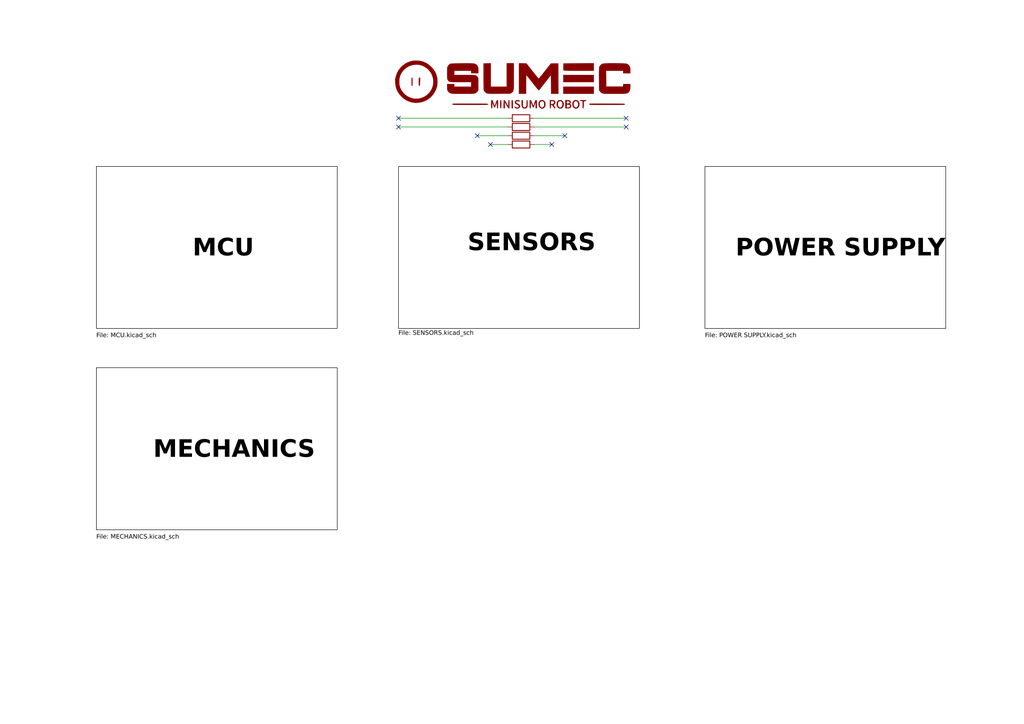
<source format=kicad_sch>
(kicad_sch (version 20231120) (generator "eeschema") (generator_version "8.0")
  (paper "A4")
  (title_block (title "SUMEC_MK_III") (company "SPŠ NA PROSEKU") (comment 1 "Made in Prague, Czech Republic") (comment 2 "CONTACT: Savva Popov, savva.popov.sp@gmail.com, +420 605 570 366") (comment 3 "Made by bismarx-v1") (comment 4 "SUMEC MK III aka SMD-V2 board"))
  (lib_symbols
    (symbol "Device:R" (pin_numbers hide) (pin_names (offset 0))
      (property "Reference" "R" (at 2.032 0 90))
      (property "Value" "R" (at 0 0 90))
      (symbol "R_0_1"
        (rectangle (start -1.016 -2.54) (end 1.016 2.54) (stroke (width 0.254)))
      )
      (symbol "R_1_1"
        (pin passive line (at 0 3.81 270) (length 1.27) (name "~") (number "1"))
        (pin passive line (at 0 -3.81 90) (length 1.27) (name "~") (number "2"))
      )
    )
    (symbol "some magic shit (logo):LOGO" (pin_names (offset 1.016))
      (symbol "LOGO_0_0"
        (polyline (pts (xy 24.892 -0.762) (xy 24.892 0.254) (xy 20.4893 0.254) (xy 16.0867 0.254) (xy 16.0867 -0.762) (xy 16.0867 -1.778) (xy 20.4893 -1.778) (xy 24.892 -1.778) (xy 24.892 -0.762)) (stroke (width 0.01)) (fill (type outline)))
        (polyline (pts (xy 24.892 2.6246) (xy 24.892 3.6406) (xy 20.4893 3.6406) (xy 16.0867 3.6406) (xy 16.0867 2.6246) (xy 16.0867 1.6086) (xy 20.4893 1.6086) (xy 24.892 1.6086) (xy 24.892 2.6246)) (stroke (width 0.01)) (fill (type outline)))
        (polyline (pts (xy 24.892 5.9697) (xy 24.892 7.0288) (xy 20.5105 7.0069) (xy 16.129 6.985) (xy 16.1048 6.0591) (xy 16.0992 5.7489) (xy 16.0997 5.4039) (xy 16.108 5.1483) (xy 16.1233 5.0219) (xy 16.1463 5.0024) (xy 16.2307 4.9799) (xy 16.3875 4.9612) (xy 16.6287 4.9459) (xy 16.9665 4.9339) (xy 17.4131 4.9247) (xy 17.9805 4.9181) (xy 18.6809 4.9138) (xy 19.5263 4.9114) (xy 20.529 4.9106) (xy 24.892 4.9106) (xy 24.892 5.9697)) (stroke (width 0.01)) (fill (type outline)))
        (polyline (pts (xy -27.7929 0.5106) (xy -27.7475 0.5542) (xy -27.7167 0.67) (xy -27.6979 0.8822) (xy -27.6886 1.2153) (xy -27.686 1.6933) (xy -27.6863 1.8811) (xy -27.691 2.3049) (xy -27.7034 2.5923) (xy -27.7261 2.7676) (xy -27.7618 2.8549) (xy -27.813 2.8786) (xy -27.8331 2.876) (xy -27.8785 2.8325) (xy -27.9093 2.7167) (xy -27.9281 2.5044) (xy -27.9375 2.1714) (xy -27.94 1.6933) (xy -27.9397 1.5055) (xy -27.9351 1.0817) (xy -27.9227 0.7943) (xy -27.8999 0.6191) (xy -27.8642 0.5317) (xy -27.813 0.508) (xy -27.7929 0.5106)) (stroke (width 0.01)) (fill (type outline)))
        (polyline (pts (xy -2.0542 -6.0087) (xy -2.0088 -5.9652) (xy -1.978 -5.8494) (xy -1.9593 -5.6371) (xy -1.9499 -5.3041) (xy -1.9473 -4.826) (xy -1.9476 -4.6382) (xy -1.9523 -4.2144) (xy -1.9647 -3.927) (xy -1.9874 -3.7518) (xy -2.0231 -3.6644) (xy -2.0743 -3.6407) (xy -2.0945 -3.6433) (xy -2.1399 -3.6869) (xy -2.1707 -3.8027) (xy -2.1894 -4.0149) (xy -2.1988 -4.348) (xy -2.2013 -4.826) (xy -2.2011 -5.0138) (xy -2.1964 -5.4376) (xy -2.184 -5.725) (xy -2.1613 -5.9003) (xy -2.1256 -5.9876) (xy -2.0743 -6.0114) (xy -2.0542 -6.0087)) (stroke (width 0.01)) (fill (type outline)))
        (polyline (pts (xy -25.6355 0.5376) (xy -25.5867 0.5925) (xy -25.553 0.7115) (xy -25.5303 0.9207) (xy -25.5151 1.2466) (xy -25.5035 1.7155) (xy -25.5016 1.8092) (xy -25.4945 2.2456) (xy -25.4958 2.5436) (xy -25.5088 2.7297) (xy -25.5368 2.83) (xy -25.5833 2.8709) (xy -25.6516 2.8786) (xy -25.6681 2.8784) (xy -25.7311 2.8651) (xy -25.7743 2.8123) (xy -25.8014 2.6941) (xy -25.8161 2.4844) (xy -25.8222 2.1575) (xy -25.8233 1.6871) (xy -25.822 1.2475) (xy -25.8156 0.9099) (xy -25.8009 0.6938) (xy -25.7747 0.574) (xy -25.7338 0.5258) (xy -25.6752 0.524) (xy -25.6355 0.5376)) (stroke (width 0.01)) (fill (type outline)))
        (polyline (pts (xy 1.2862 -6.0112) (xy 1.3504 -5.9995) (xy 1.3934 -5.95) (xy 1.4186 -5.8364) (xy 1.4292 -5.6325) (xy 1.4288 -5.3118) (xy 1.4205 -4.8482) (xy 1.4135 -4.5376) (xy 1.4001 -4.161) (xy 1.3807 -3.9109) (xy 1.3515 -3.7611) (xy 1.3088 -3.6851) (xy 1.2488 -3.6567) (xy 1.1941 -3.657) (xy 1.152 -3.7006) (xy 1.1248 -3.8138) (xy 1.1092 -4.0214) (xy 1.1023 -4.3484) (xy 1.1007 -4.8198) (xy 1.1007 -4.9338) (xy 1.1026 -5.3713) (xy 1.1102 -5.671) (xy 1.1273 -5.8588) (xy 1.1575 -5.9609) (xy 1.2046 -6.0031) (xy 1.2724 -6.0114) (xy 1.2862 -6.0112)) (stroke (width 0.01)) (fill (type outline)))
        (polyline (pts (xy 21.8443 -5.9928) (xy 21.8856 -5.9052) (xy 21.9141 -5.7228) (xy 21.9335 -5.4207) (xy 21.9472 -4.9742) (xy 21.971 -3.937) (xy 22.3308 -3.911) (xy 22.406 -3.9042) (xy 22.622 -3.8529) (xy 22.6907 -3.7599) (xy 22.6849 -3.7291) (xy 22.627 -3.6834) (xy 22.4837 -3.6587) (xy 22.2272 -3.6516) (xy 21.8297 -3.6589) (xy 21.6455 -3.6652) (xy 21.2574 -3.6915) (xy 21.0236 -3.7322) (xy 20.9336 -3.7889) (xy 20.9336 -3.8261) (xy 21.0346 -3.8783) (xy 21.2866 -3.8947) (xy 21.6747 -3.8947) (xy 21.6747 -4.953) (xy 21.6774 -5.3831) (xy 21.6883 -5.6956) (xy 21.7103 -5.8877) (xy 21.7462 -5.9846) (xy 21.799 -6.0114) (xy 21.8443 -5.9928)) (stroke (width 0.01)) (fill (type outline)))
        (polyline (pts (xy 19.8508 -6.0679) (xy 20.1137 -5.9722) (xy 20.3718 -5.7941) (xy 20.5837 -5.4864) (xy 20.7055 -5.1041) (xy 20.7242 -4.6901) (xy 20.6266 -4.2872) (xy 20.552 -4.139) (xy 20.3035 -3.853) (xy 19.9923 -3.6832) (xy 19.6539 -3.6311) (xy 19.3236 -3.6987) (xy 19.037 -3.8875) (xy 18.8294 -4.1994) (xy 18.7352 -4.5194) (xy 18.7256 -4.743) (xy 19.0121 -4.743) (xy 19.0863 -4.3678) (xy 19.2707 -4.054) (xy 19.3739 -3.9731) (xy 19.6333 -3.8992) (xy 19.9156 -3.929) (xy 20.1485 -4.0619) (xy 20.3091 -4.3084) (xy 20.3982 -4.6603) (xy 20.3942 -5.0389) (xy 20.2983 -5.3873) (xy 20.1119 -5.6487) (xy 19.8603 -5.8086) (xy 19.6216 -5.8165) (xy 19.3598 -5.6681) (xy 19.1823 -5.4671) (xy 19.045 -5.1269) (xy 19.0121 -4.743) (xy 18.7256 -4.743) (xy 18.7164 -4.9587) (xy 18.8121 -5.3699) (xy 19.0116 -5.7129) (xy 19.304 -5.9477) (xy 19.4409 -6.0133) (xy 19.6544 -6.0824) (xy 19.8508 -6.0679)) (stroke (width 0.01)) (fill (type outline)))
        (polyline (pts (xy 10.0236 -6.0697) (xy 10.2841 -5.9757) (xy 10.4231 -5.8989) (xy 10.6719 -5.6361) (xy 10.8344 -5.2757) (xy 10.8961 -4.8577) (xy 10.8426 -4.4223) (xy 10.7056 -4.1081) (xy 10.46 -3.8397) (xy 10.154 -3.6793) (xy 9.8217 -3.6309) (xy 9.4972 -3.6986) (xy 9.2146 -3.8868) (xy 9.008 -4.1994) (xy 8.9138 -4.5194) (xy 8.9048 -4.7307) (xy 9.1835 -4.7307) (xy 9.2399 -4.4159) (xy 9.3724 -4.149) (xy 9.5821 -3.9639) (xy 9.8698 -3.8947) (xy 9.9512 -3.8983) (xy 10.2539 -3.9997) (xy 10.4597 -4.2332) (xy 10.5635 -4.59) (xy 10.5598 -5.0611) (xy 10.5507 -5.1307) (xy 10.4634 -5.4329) (xy 10.2906 -5.6487) (xy 10.2744 -5.6623) (xy 10.0812 -5.7879) (xy 9.9224 -5.8363) (xy 9.7018 -5.7896) (xy 9.4625 -5.6229) (xy 9.2958 -5.3682) (xy 9.2025 -5.0595) (xy 9.1835 -4.7307) (xy 8.9048 -4.7307) (xy 8.895 -4.9587) (xy 8.9908 -5.3699) (xy 9.1903 -5.7129) (xy 9.4827 -5.9477) (xy 9.609 -6.0085) (xy 9.8269 -6.0816) (xy 10.0236 -6.0697)) (stroke (width 0.01)) (fill (type outline)))
        (polyline (pts (xy 15.3672 -6.0448) (xy 15.6848 -5.9029) (xy 15.9399 -5.6405) (xy 16.1097 -5.2753) (xy 16.1713 -4.8254) (xy 16.1649 -4.6815) (xy 16.0608 -4.2609) (xy 15.8446 -3.9318) (xy 15.5362 -3.7173) (xy 15.1553 -3.6407) (xy 14.8789 -3.6747) (xy 14.5453 -3.8468) (xy 14.3019 -4.162) (xy 14.1744 -4.5244) (xy 14.1534 -4.8439) (xy 14.478 -4.8439) (xy 14.5112 -4.4454) (xy 14.6306 -4.1334) (xy 14.8431 -3.9528) (xy 15.1553 -3.8947) (xy 15.4397 -3.9412) (xy 15.6623 -4.1085) (xy 15.7912 -4.4064) (xy 15.8327 -4.8439) (xy 15.83 -5.0254) (xy 15.8026 -5.2619) (xy 15.7282 -5.43) (xy 15.5852 -5.5945) (xy 15.5347 -5.6416) (xy 15.3294 -5.7845) (xy 15.1553 -5.842) (xy 15.1161 -5.8375) (xy 14.926 -5.7527) (xy 14.7255 -5.5945) (xy 14.6375 -5.5011) (xy 14.5346 -5.3427) (xy 14.4886 -5.1453) (xy 14.478 -4.8439) (xy 14.1534 -4.8439) (xy 14.146 -4.9567) (xy 14.2359 -5.3653) (xy 14.4344 -5.7101) (xy 14.732 -5.9512) (xy 15.0097 -6.0485) (xy 15.3672 -6.0448)) (stroke (width 0.01)) (fill (type outline)))
        (polyline (pts (xy -3.4592 -1.759) (xy -2.5757 -1.755) (xy 0.733 -1.7357) (xy 1.0511 -1.493) (xy 1.1577 -1.4127) (xy 1.2861 -1.3125) (xy 1.3922 -1.2129) (xy 1.4781 -1.0982) (xy 1.5458 -0.9532) (xy 1.5977 -0.7623) (xy 1.6357 -0.5102) (xy 1.662 -0.1814) (xy 1.6788 0.2396) (xy 1.6881 0.7682) (xy 1.6922 1.4198) (xy 1.6931 2.2099) (xy 1.693 3.1538) (xy 1.6933 7.0273) (xy 0.6773 7.0273) (xy -0.3387 7.0273) (xy -0.3387 3.6406) (xy -0.3387 0.254) (xy -2.667 0.254) (xy -4.9953 0.254) (xy -4.9953 3.6433) (xy -4.9953 7.0325) (xy -6.0325 7.0088) (xy -7.0697 6.985) (xy -7.0697 3.2596) (xy -7.0691 2.7413) (xy -7.0658 1.983) (xy -7.0601 1.2829) (xy -7.0522 0.6595) (xy -7.0425 0.1312) (xy -7.0311 -0.2833) (xy -7.0185 -0.5655) (xy -7.005 -0.697) (xy -6.892 -0.936) (xy -6.6718 -1.228) (xy -6.4035 -1.4895) (xy -6.1399 -1.6615) (xy -6.1326 -1.6646) (xy -6.0245 -1.6939) (xy -5.8495 -1.7173) (xy -5.5931 -1.7351) (xy -5.2404 -1.7478) (xy -4.777 -1.7558) (xy -4.1881 -1.7594) (xy -3.4592 -1.759)) (stroke (width 0.01)) (fill (type outline)))
        (polyline (pts (xy 3.0887 -5.9946) (xy 3.3655 -5.7978) (xy 3.4325 -5.7126) (xy 3.5456 -5.4386) (xy 3.4903 -5.1782) (xy 3.2666 -4.9311) (xy 2.8741 -4.6969) (xy 2.8571 -4.6887) (xy 2.5415 -4.5189) (xy 2.3689 -4.372) (xy 2.3207 -4.2237) (xy 2.3783 -4.0497) (xy 2.424 -3.981) (xy 2.5525 -3.9105) (xy 2.7802 -3.9151) (xy 2.8061 -3.9184) (xy 3.0552 -3.963) (xy 3.2385 -4.017) (xy 3.3439 -4.0391) (xy 3.3867 -3.9491) (xy 3.3625 -3.8549) (xy 3.2188 -3.727) (xy 2.9863 -3.655) (xy 2.7122 -3.6439) (xy 2.4437 -3.6988) (xy 2.2279 -3.8248) (xy 2.1552 -3.9022) (xy 2.0283 -4.1638) (xy 2.0577 -4.4278) (xy 2.2361 -4.6708) (xy 2.556 -4.8691) (xy 2.7211 -4.9443) (xy 3.0124 -5.1142) (xy 3.17 -5.2843) (xy 3.2173 -5.4762) (xy 3.1785 -5.6212) (xy 3.019 -5.7602) (xy 2.7771 -5.8118) (xy 2.4977 -5.7584) (xy 2.2242 -5.6553) (xy 2.0492 -5.6077) (xy 1.9675 -5.6225) (xy 1.9473 -5.6961) (xy 1.9548 -5.7269) (xy 2.065 -5.8455) (xy 2.2648 -5.9596) (xy 2.3458 -5.9912) (xy 2.7359 -6.0609) (xy 3.0887 -5.9946)) (stroke (width 0.01)) (fill (type outline)))
        (polyline (pts (xy -1.0433 -6.0094) (xy -0.9819 -5.9852) (xy -0.9461 -5.9091) (xy -0.931 -5.7518) (xy -0.9321 -5.4841) (xy -0.9446 -5.0765) (xy -0.9465 -5.0228) (xy -0.9584 -4.6495) (xy -0.9557 -4.4058) (xy -0.9269 -4.2943) (xy -0.86 -4.318) (xy -0.7433 -4.4796) (xy -0.5652 -4.7821) (xy -0.3137 -5.2282) (xy -0.2733 -5.2994) (xy -0.0315 -5.6947) (xy 0.1514 -5.9321) (xy 0.2752 -6.0113) (xy 0.3255 -6.002) (xy 0.3692 -5.9517) (xy 0.3977 -5.8346) (xy 0.4141 -5.625) (xy 0.4215 -5.2974) (xy 0.4233 -4.826) (xy 0.4231 -4.6774) (xy 0.4188 -4.2404) (xy 0.4067 -3.9422) (xy 0.3844 -3.7587) (xy 0.3494 -3.6662) (xy 0.2991 -3.6407) (xy 0.2672 -3.6485) (xy 0.2198 -3.7172) (xy 0.1874 -3.8781) (xy 0.1658 -4.157) (xy 0.1509 -4.5794) (xy 0.127 -5.5182) (xy -0.4107 -4.5748) (xy -0.5047 -4.411) (xy -0.7482 -4.0054) (xy -0.9305 -3.7508) (xy -1.0608 -3.6501) (xy -1.1487 -3.7065) (xy -1.2034 -3.9229) (xy -1.2345 -4.3025) (xy -1.2512 -4.8482) (xy -1.2542 -4.9974) (xy -1.2608 -5.417) (xy -1.2589 -5.7012) (xy -1.2447 -5.8764) (xy -1.2149 -5.969) (xy -1.1657 -6.0051) (xy -1.0937 -6.0114) (xy -1.0433 -6.0094)) (stroke (width 0.01)) (fill (type outline)))
        (polyline (pts (xy 5.2164 -5.9881) (xy 5.4822 -5.7978) (xy 5.5062 -5.7695) (xy 5.5816 -5.6591) (xy 5.6301 -5.5241) (xy 5.6576 -5.3283) (xy 5.6699 -5.0355) (xy 5.6727 -4.6096) (xy 5.6707 -4.2692) (xy 5.6606 -3.9546) (xy 5.6387 -3.7626) (xy 5.6015 -3.6668) (xy 5.5457 -3.6407) (xy 5.5116 -3.648) (xy 5.4651 -3.7111) (xy 5.4367 -3.8615) (xy 5.4225 -4.1266) (xy 5.4187 -4.5335) (xy 5.4185 -4.6573) (xy 5.4141 -5.0203) (xy 5.3977 -5.2623) (xy 5.3619 -5.4213) (xy 5.2994 -5.5353) (xy 5.2027 -5.6423) (xy 5.1425 -5.6994) (xy 4.9584 -5.8096) (xy 4.7582 -5.8032) (xy 4.6729 -5.7794) (xy 4.5183 -5.7017) (xy 4.4156 -5.5689) (xy 4.3547 -5.3527) (xy 4.3255 -5.0245) (xy 4.318 -4.5558) (xy 4.3178 -4.4046) (xy 4.3139 -4.0509) (xy 4.3004 -3.8271) (xy 4.2721 -3.7039) (xy 4.2233 -3.6516) (xy 4.1487 -3.6407) (xy 4.1463 -3.6407) (xy 4.0692 -3.6533) (xy 4.0203 -3.7111) (xy 3.9933 -3.8452) (xy 3.9818 -4.0866) (xy 3.9794 -4.4662) (xy 3.9817 -4.6601) (xy 4.0206 -5.1746) (xy 4.113 -5.5538) (xy 4.2663 -5.8191) (xy 4.4873 -5.9919) (xy 4.5581 -6.0232) (xy 4.8847 -6.0678) (xy 5.2164 -5.9881)) (stroke (width 0.01)) (fill (type outline)))
        (polyline (pts (xy 17.5898 -5.996) (xy 17.9282 -5.9259) (xy 18.1537 -5.7888) (xy 18.2941 -5.5732) (xy 18.3087 -5.5347) (xy 18.3372 -5.2476) (xy 18.238 -4.9988) (xy 18.0298 -4.841) (xy 17.855 -4.7764) (xy 18.0291 -4.6187) (xy 18.0573 -4.5911) (xy 18.184 -4.3494) (xy 18.1742 -4.0801) (xy 18.0278 -3.8467) (xy 17.9086 -3.7691) (xy 17.6536 -3.695) (xy 17.2658 -3.6547) (xy 16.6793 -3.6216) (xy 16.6793 -4.6567) (xy 17.018 -4.6567) (xy 17.018 -4.2757) (xy 17.018 -3.8947) (xy 17.3506 -3.8947) (xy 17.4797 -3.9023) (xy 17.7475 -3.9835) (xy 17.9061 -4.132) (xy 17.9356 -4.321) (xy 17.8163 -4.5236) (xy 17.8031 -4.5356) (xy 17.6126 -4.6223) (xy 17.3506 -4.6567) (xy 17.018 -4.6567) (xy 16.6793 -4.6567) (xy 16.6793 -4.8165) (xy 16.6793 -5.865) (xy 17.018 -5.865) (xy 17.018 -5.3879) (xy 17.018 -4.9107) (xy 17.3622 -4.9107) (xy 17.4727 -4.9132) (xy 17.7933 -4.9689) (xy 17.976 -5.104) (xy 18.034 -5.3266) (xy 18.0043 -5.5124) (xy 17.9196 -5.6622) (xy 17.8719 -5.6909) (xy 17.6729 -5.7591) (xy 17.4116 -5.8111) (xy 17.018 -5.865) (xy 16.6793 -5.865) (xy 16.6793 -6.0114) (xy 17.2257 -6.0114) (xy 17.5898 -5.996)) (stroke (width 0.01)) (fill (type outline)))
        (polyline (pts (xy -10.1002 -4.9952) (xy -9.154 -4.9946) (xy -8.3555 -4.9929) (xy -7.6924 -4.99) (xy -7.1521 -4.9855) (xy -6.7225 -4.979) (xy -6.3911 -4.97) (xy -6.1456 -4.9584) (xy -5.9736 -4.9437) (xy -5.8627 -4.9256) (xy -5.8007 -4.9037) (xy -5.775 -4.8777) (xy -5.7735 -4.8472) (xy -5.7801 -4.8276) (xy -5.8074 -4.7997) (xy -5.8662 -4.776) (xy -5.9691 -4.756) (xy -6.1286 -4.7394) (xy -6.3571 -4.7257) (xy -6.6673 -4.7145) (xy -7.0717 -4.7055) (xy -7.5827 -4.6981) (xy -8.213 -4.692) (xy -8.975 -4.6867) (xy -9.8813 -4.6819) (xy -10.9443 -4.6772) (xy -11.3733 -4.6754) (xy -12.3716 -4.6714) (xy -13.2179 -4.6686) (xy -13.9249 -4.6675) (xy -14.5049 -4.6684) (xy -14.9707 -4.6716) (xy -15.3347 -4.6775) (xy -15.6095 -4.6865) (xy -15.8075 -4.699) (xy -15.9415 -4.7152) (xy -16.0238 -4.7356) (xy -16.0671 -4.7605) (xy -16.0839 -4.7903) (xy -16.0867 -4.8254) (xy -16.0864 -4.8402) (xy -16.0793 -4.873) (xy -16.0529 -4.9008) (xy -15.9948 -4.9241) (xy -15.8924 -4.9432) (xy -15.7332 -4.9585) (xy -15.5048 -4.9705) (xy -15.1947 -4.9796) (xy -14.7902 -4.9861) (xy -14.2789 -4.9905) (xy -13.6484 -4.9933) (xy -12.886 -4.9947) (xy -11.9793 -4.9953) (xy -10.9158 -4.9954) (xy -10.1002 -4.9952)) (stroke (width 0.01)) (fill (type outline)))
        (polyline (pts (xy 29.6084 -4.9952) (xy 30.5546 -4.9946) (xy 31.3531 -4.9929) (xy 32.0163 -4.99) (xy 32.5565 -4.9855) (xy 32.9862 -4.979) (xy 33.3175 -4.97) (xy 33.5631 -4.9584) (xy 33.7351 -4.9437) (xy 33.8459 -4.9256) (xy 33.908 -4.9037) (xy 33.9336 -4.8777) (xy 33.9352 -4.8472) (xy 33.9286 -4.8276) (xy 33.9013 -4.7997) (xy 33.8424 -4.776) (xy 33.7395 -4.756) (xy 33.5801 -4.7394) (xy 33.3515 -4.7257) (xy 33.0413 -4.7145) (xy 32.637 -4.7055) (xy 32.1259 -4.6981) (xy 31.4957 -4.692) (xy 30.7337 -4.6867) (xy 29.8274 -4.6819) (xy 28.7643 -4.6772) (xy 28.3353 -4.6754) (xy 27.3371 -4.6714) (xy 26.4907 -4.6686) (xy 25.7838 -4.6675) (xy 25.2037 -4.6684) (xy 24.738 -4.6716) (xy 24.374 -4.6775) (xy 24.0992 -4.6865) (xy 23.9011 -4.699) (xy 23.7672 -4.7152) (xy 23.6848 -4.7356) (xy 23.6416 -4.7605) (xy 23.6248 -4.7903) (xy 23.622 -4.8254) (xy 23.6223 -4.8402) (xy 23.6294 -4.873) (xy 23.6558 -4.9008) (xy 23.7139 -4.9241) (xy 23.8163 -4.9432) (xy 23.9754 -4.9585) (xy 24.2038 -4.9705) (xy 24.514 -4.9796) (xy 24.9185 -4.9861) (xy 25.4297 -4.9905) (xy 26.0603 -4.9933) (xy 26.8227 -4.9947) (xy 27.7293 -4.9953) (xy 28.7929 -4.9954) (xy 29.6084 -4.9952)) (stroke (width 0.01)) (fill (type outline)))
        (polyline (pts (xy 13.637 -6.0113) (xy 13.713 -5.9958) (xy 13.7222 -5.9302) (xy 13.6565 -5.7834) (xy 13.508 -5.5245) (xy 13.2197 -5.0377) (xy 13.4678 -4.841) (xy 13.5417 -4.7783) (xy 13.6797 -4.5859) (xy 13.716 -4.325) (xy 13.7135 -4.2416) (xy 13.6511 -3.983) (xy 13.489 -3.8093) (xy 13.2053 -3.7051) (xy 12.7784 -3.6547) (xy 12.192 -3.6216) (xy 12.192 -3.8947) (xy 12.446 -3.8947) (xy 12.8209 -3.8947) (xy 13.0472 -3.9175) (xy 13.305 -4.0252) (xy 13.4491 -4.1928) (xy 13.469 -4.3883) (xy 13.3544 -4.5801) (xy 13.0949 -4.7361) (xy 12.924 -4.7904) (xy 12.6639 -4.8228) (xy 12.5024 -4.7696) (xy 12.4842 -4.7294) (xy 12.4568 -4.5547) (xy 12.446 -4.3039) (xy 12.446 -3.8947) (xy 12.192 -3.8947) (xy 12.192 -4.8165) (xy 12.1923 -5.0173) (xy 12.1971 -5.4396) (xy 12.2096 -5.726) (xy 12.2323 -5.9007) (xy 12.2679 -5.9877) (xy 12.319 -6.0114) (xy 12.3363 -6.0101) (xy 12.4025 -5.9547) (xy 12.4364 -5.7945) (xy 12.446 -5.4977) (xy 12.446 -5.4227) (xy 12.4519 -5.172) (xy 12.4802 -5.0449) (xy 12.5483 -5.0037) (xy 12.6739 -5.0109) (xy 12.6986 -5.0145) (xy 12.8507 -5.0798) (xy 13.0026 -5.2393) (xy 13.1857 -5.5245) (xy 13.2886 -5.6912) (xy 13.4805 -5.9317) (xy 13.6329 -6.0114) (xy 13.637 -6.0113)) (stroke (width 0.01)) (fill (type outline)))
        (polyline (pts (xy 5.2493 0.9313) (xy 5.25 1.3141) (xy 5.2545 1.9415) (xy 5.2627 2.4997) (xy 5.274 2.9688) (xy 5.2879 3.3287) (xy 5.3038 3.5593) (xy 5.3213 3.6407) (xy 5.3616 3.6053) (xy 5.4975 3.4522) (xy 5.7152 3.1921) (xy 6.0023 2.8404) (xy 6.3461 2.4127) (xy 6.7341 1.9244) (xy 7.1536 1.3908) (xy 7.5921 0.8322) (xy 8.0003 0.3181) (xy 8.3244 -0.0816) (xy 8.5739 -0.3779) (xy 8.7583 -0.5816) (xy 8.8872 -0.7037) (xy 8.9702 -0.7552) (xy 9.0167 -0.747) (xy 9.0475 -0.7103) (xy 9.1761 -0.5502) (xy 9.388 -0.2829) (xy 9.6701 0.0748) (xy 10.0089 0.506) (xy 10.3913 0.9939) (xy 10.8039 1.5216) (xy 12.4883 3.6783) (xy 12.5107 0.9501) (xy 12.533 -1.778) (xy 13.5909 -1.778) (xy 14.6488 -1.778) (xy 14.6269 2.6035) (xy 14.605 6.985) (xy 13.538 6.985) (xy 12.4709 6.985) (xy 10.744 4.7893) (xy 10.468 4.4395) (xy 10.07 3.9391) (xy 9.7116 3.4932) (xy 9.4058 3.1175) (xy 9.1653 2.828) (xy 9.0032 2.6404) (xy 8.9323 2.5706) (xy 8.8935 2.5981) (xy 8.7585 2.7409) (xy 8.5416 2.9916) (xy 8.2554 3.3348) (xy 7.9128 3.7552) (xy 7.5266 4.2375) (xy 7.1094 4.7662) (xy 5.3711 6.985) (xy 4.2942 7.0087) (xy 3.2173 7.0324) (xy 3.2173 2.6272) (xy 3.2173 -1.778) (xy 4.2333 -1.778) (xy 5.2493 -1.778) (xy 5.2493 0.9313)) (stroke (width 0.01)) (fill (type outline)))
        (polyline (pts (xy -2.9873 -6.0096) (xy -2.9415 -5.9679) (xy -2.9103 -5.8527) (xy -2.8911 -5.6399) (xy -2.8814 -5.3056) (xy -2.8787 -4.826) (xy -2.8787 -4.8031) (xy -2.8803 -4.3399) (xy -2.8873 -4.0191) (xy -2.9032 -3.8147) (xy -2.9315 -3.7007) (xy -2.9757 -3.6514) (xy -3.0394 -3.6407) (xy -3.0993 -3.6543) (xy -3.1959 -3.7481) (xy -3.3025 -3.9535) (xy -3.4351 -4.2969) (xy -3.4607 -4.3685) (xy -3.58 -4.7017) (xy -3.6816 -4.9854) (xy -3.7459 -5.1647) (xy -3.7883 -5.2642) (xy -3.8337 -5.2998) (xy -3.8903 -5.2463) (xy -3.9693 -5.0858) (xy -4.0815 -4.8008) (xy -4.2382 -4.3735) (xy -4.3634 -4.0445) (xy -4.4759 -3.8031) (xy -4.5714 -3.677) (xy -4.6647 -3.6407) (xy -4.6685 -3.6407) (xy -4.7313 -3.6526) (xy -4.7748 -3.7042) (xy -4.8025 -3.8214) (xy -4.8179 -4.0301) (xy -4.8246 -4.3564) (xy -4.826 -4.826) (xy -4.8257 -5.0138) (xy -4.8211 -5.4376) (xy -4.8087 -5.725) (xy -4.7859 -5.9003) (xy -4.7502 -5.9876) (xy -4.699 -6.0114) (xy -4.6572 -5.9988) (xy -4.6143 -5.9249) (xy -4.5874 -5.7613) (xy -4.5729 -5.4815) (xy -4.5672 -5.0589) (xy -4.5624 -4.1064) (xy -4.261 -4.9319) (xy -4.1633 -5.1861) (xy -4.0347 -5.4811) (xy -3.9278 -5.6827) (xy -3.8588 -5.7574) (xy -3.8148 -5.7191) (xy -3.7186 -5.5508) (xy -3.5971 -5.2793) (xy -3.4666 -4.9383) (xy -3.175 -4.1193) (xy -3.1511 -5.0653) (xy -3.1436 -5.315) (xy -3.1258 -5.6581) (xy -3.099 -5.8715) (xy -3.0594 -5.9806) (xy -3.0029 -6.0114) (xy -2.9873 -6.0096)) (stroke (width 0.01)) (fill (type outline)))
        (polyline (pts (xy 8.2291 -6.0111) (xy 8.2942 -5.9989) (xy 8.3374 -5.9491) (xy 8.3624 -5.8353) (xy 8.3726 -5.6313) (xy 8.3716 -5.3107) (xy 8.3632 -4.8472) (xy 8.3628 -4.8263) (xy 8.3519 -4.3673) (xy 8.3382 -4.0498) (xy 8.3174 -3.847) (xy 8.2849 -3.732) (xy 8.2363 -3.6781) (xy 8.1673 -3.6583) (xy 8.101 -3.6608) (xy 8.0229 -3.7158) (xy 7.9402 -3.8538) (xy 7.8381 -4.101) (xy 7.7017 -4.4838) (xy 7.604 -4.7598) (xy 7.4921 -5.0568) (xy 7.4073 -5.2592) (xy 7.3629 -5.334) (xy 7.334 -5.2931) (xy 7.256 -5.1226) (xy 7.1462 -4.8499) (xy 7.0183 -4.5085) (xy 6.9653 -4.364) (xy 6.8314 -4.0249) (xy 6.7253 -3.8119) (xy 6.6315 -3.698) (xy 6.5345 -3.656) (xy 6.5015 -3.6516) (xy 6.4384 -3.6564) (xy 6.3958 -3.7032) (xy 6.3697 -3.8175) (xy 6.3561 -4.0248) (xy 6.3508 -4.3505) (xy 6.35 -4.8201) (xy 6.3503 -5.016) (xy 6.355 -5.4389) (xy 6.3675 -5.7256) (xy 6.3902 -5.9005) (xy 6.4259 -5.9877) (xy 6.477 -6.0114) (xy 6.5241 -5.9941) (xy 6.5644 -5.9124) (xy 6.5896 -5.7396) (xy 6.6031 -5.4497) (xy 6.6084 -5.0165) (xy 6.6128 -4.0217) (xy 6.9084 -4.8255) (xy 6.9946 -5.0539) (xy 7.1214 -5.3693) (xy 7.2248 -5.6021) (xy 7.2885 -5.7138) (xy 7.3117 -5.7339) (xy 7.3718 -5.7458) (xy 7.4382 -5.68) (xy 7.5225 -5.5157) (xy 7.6363 -5.2321) (xy 7.791 -4.8084) (xy 7.8572 -4.6252) (xy 7.9642 -4.3368) (xy 8.0419 -4.138) (xy 8.0769 -4.064) (xy 8.0815 -4.1344) (xy 8.08 -4.3423) (xy 8.0724 -4.6545) (xy 8.0593 -5.0377) (xy 8.0474 -5.3627) (xy 8.0408 -5.6729) (xy 8.049 -5.8641) (xy 8.0761 -5.9651) (xy 8.1265 -6.0046) (xy 8.2044 -6.0114) (xy 8.2291 -6.0111)) (stroke (width 0.01)) (fill (type outline)))
        (polyline (pts (xy 31.6452 -1.774) (xy 32.3625 -1.7722) (xy 32.9419 -1.7683) (xy 33.4006 -1.7615) (xy 33.7559 -1.7511) (xy 34.025 -1.7363) (xy 34.2254 -1.7165) (xy 34.3742 -1.6907) (xy 34.4888 -1.6584) (xy 34.5863 -1.6188) (xy 34.9073 -1.4335) (xy 35.1734 -1.1658) (xy 35.349 -0.8122) (xy 35.4457 -0.3481) (xy 35.4753 0.2513) (xy 35.4753 1.016) (xy 34.4642 1.016) (xy 33.4531 1.016) (xy 33.427 0.6561) (xy 33.401 0.2963) (xy 30.9457 0.2963) (xy 28.4903 0.2963) (xy 28.4678 2.6035) (xy 28.4453 4.9107) (xy 30.9443 4.9106) (xy 33.4433 4.9106) (xy 33.4433 4.5296) (xy 33.4433 4.1486) (xy 34.4593 4.1486) (xy 35.4753 4.1486) (xy 35.4753 4.9557) (xy 35.4753 4.9792) (xy 35.4601 5.4299) (xy 35.4203 5.7969) (xy 35.3604 6.0378) (xy 35.3386 6.0862) (xy 35.1087 6.4228) (xy 34.787 6.7196) (xy 34.4384 6.9145) (xy 34.4079 6.9228) (xy 34.2025 6.9488) (xy 33.8583 6.9712) (xy 33.399 6.9898) (xy 32.8482 7.0046) (xy 32.2296 7.0156) (xy 31.5668 7.0226) (xy 30.8833 7.0257) (xy 30.2029 7.0248) (xy 29.5493 7.0197) (xy 28.9459 7.0106) (xy 28.4164 6.9972) (xy 27.9846 6.9796) (xy 27.6739 6.9577) (xy 27.5081 6.9314) (xy 27.2146 6.781) (xy 26.9028 6.5259) (xy 26.6447 6.2242) (xy 26.4932 5.9282) (xy 26.4875 5.9041) (xy 26.4646 5.6941) (xy 26.447 5.3258) (xy 26.4348 4.8082) (xy 26.4282 4.1502) (xy 26.4272 3.3608) (xy 26.4322 2.449) (xy 26.4583 -0.7323) (xy 26.6967 -1.0925) (xy 26.9337 -1.371) (xy 27.2894 -1.6135) (xy 27.385 -1.6528) (xy 27.4976 -1.6865) (xy 27.6403 -1.7133) (xy 27.8306 -1.7341) (xy 28.0859 -1.7496) (xy 28.4236 -1.7605) (xy 28.861 -1.7677) (xy 29.4155 -1.7719) (xy 30.1046 -1.7738) (xy 30.9457 -1.7743) (xy 31.6452 -1.774)) (stroke (width 0.01)) (fill (type outline)))
        (polyline (pts (xy -25.81 -4.3389) (xy -24.9594 -4.1801) (xy -24.1769 -3.9211) (xy -24.0688 -3.8743) (xy -23.2148 -3.4069) (xy -22.4547 -2.8149) (xy -21.7992 -2.1165) (xy -21.2591 -1.3299) (xy -20.8453 -0.4733) (xy -20.5684 0.4352) (xy -20.4392 1.3774) (xy -20.4686 2.335) (xy -20.5659 2.9603) (xy -20.7979 3.8081) (xy -21.1477 4.5769) (xy -21.632 5.3007) (xy -22.2673 6.0136) (xy -22.8916 6.5708) (xy -23.7102 7.1141) (xy -24.5872 7.4996) (xy -25.5293 7.73) (xy -26.543 7.8081) (xy -26.7382 7.8064) (xy -27.5889 7.7371) (xy -28.3734 7.5564) (xy -29.1524 7.2517) (xy -29.5748 7.0348) (xy -30.4048 6.4737) (xy -31.1243 5.7905) (xy -31.7236 4.9972) (xy -32.1933 4.1055) (xy -32.5235 3.1271) (xy -32.5617 2.9711) (xy -32.6303 2.6284) (xy -32.666 2.2998) (xy -32.6736 1.9244) (xy -32.6688 1.778) (xy -31.5314 1.778) (xy -31.5274 1.9993) (xy -31.475 2.6502) (xy -31.3493 3.2205) (xy -31.1328 3.7724) (xy -30.8083 4.3681) (xy -30.3792 4.9565) (xy -29.774 5.5386) (xy -29.0677 6.0177) (xy -28.2872 6.3787) (xy -27.4592 6.6069) (xy -26.6107 6.6874) (xy -26.1503 6.6728) (xy -25.5745 6.5927) (xy -25.0112 6.4286) (xy -24.3926 6.1645) (xy -24.3205 6.1293) (xy -23.5771 5.6697) (xy -22.9417 5.0964) (xy -22.4211 4.4292) (xy -22.0223 3.6879) (xy -21.7522 2.8924) (xy -21.6177 2.0626) (xy -21.6256 1.2184) (xy -21.783 0.3795) (xy -22.0967 -0.4341) (xy -22.3646 -0.9153) (xy -22.919 -1.6525) (xy -23.5826 -2.2612) (xy -24.3514 -2.7382) (xy -25.2216 -3.0799) (xy -25.5377 -3.1522) (xy -25.9787 -3.2163) (xy -26.4493 -3.2573) (xy -26.8848 -3.2697) (xy -27.2203 -3.2481) (xy -27.8483 -3.1125) (xy -28.702 -2.791) (xy -29.4801 -2.332) (xy -30.1619 -1.7483) (xy -30.7269 -1.0528) (xy -30.9205 -0.7477) (xy -31.2138 -0.1758) (xy -31.4037 0.4019) (xy -31.5048 1.0362) (xy -31.5314 1.778) (xy -32.6688 1.778) (xy -32.6578 1.4415) (xy -32.5776 0.6217) (xy -32.3707 -0.2585) (xy -32.031 -1.0617) (xy -31.5465 -1.8159) (xy -30.9049 -2.5485) (xy -30.7688 -2.6833) (xy -30.0989 -3.2625) (xy -29.4117 -3.7049) (xy -28.6642 -4.0346) (xy -27.813 -4.2757) (xy -27.4945 -4.3343) (xy -26.6734 -4.3921) (xy -25.81 -4.3389)) (stroke (width 0.01)) (fill (type outline)))
        (polyline (pts (xy -11.9423 -1.7761) (xy -11.3178 -1.7742) (xy -10.8202 -1.7698) (xy -10.432 -1.7621) (xy -10.1356 -1.7502) (xy -9.9136 -1.7333) (xy -9.7485 -1.7105) (xy -9.6227 -1.681) (xy -9.5187 -1.6439) (xy -9.4192 -1.5984) (xy -9.1053 -1.3892) (xy -8.8209 -1.0755) (xy -8.5937 -0.7323) (xy -8.5937 1.0245) (xy -8.5937 1.1807) (xy -8.5965 1.7788) (xy -8.6082 2.2378) (xy -8.6353 2.5823) (xy -8.6843 2.8369) (xy -8.7616 3.0264) (xy -8.8737 3.1753) (xy -9.0269 3.3083) (xy -9.2278 3.4501) (xy -9.2496 3.4649) (xy -9.3257 3.5121) (xy -9.4106 3.55) (xy -9.5219 3.5797) (xy -9.6776 3.602) (xy -9.8956 3.6181) (xy -10.1935 3.6289) (xy -10.5894 3.6356) (xy -11.1011 3.6391) (xy -11.7464 3.6404) (xy -12.5432 3.6406) (xy -15.5787 3.6406) (xy -15.5787 4.2756) (xy -15.5787 4.9106) (xy -13.1282 4.9106) (xy -10.6778 4.9106) (xy -10.6517 4.5508) (xy -10.6257 4.191) (xy -9.6097 4.191) (xy -8.5937 4.191) (xy -8.5688 4.9098) (xy -8.5821 5.422) (xy -8.6989 5.9854) (xy -8.9296 6.4253) (xy -9.2754 6.7437) (xy -9.7374 6.9428) (xy -9.9119 6.9683) (xy -10.2637 6.9899) (xy -10.7815 7.0049) (xy -11.4639 7.0132) (xy -12.3092 7.0149) (xy -13.3157 7.0099) (xy -13.8834 7.0055) (xy -14.6053 6.9992) (xy -15.1868 6.9923) (xy -15.6453 6.9839) (xy -15.9982 6.9726) (xy -16.2629 6.9576) (xy -16.4567 6.9377) (xy -16.5969 6.9118) (xy -16.7011 6.8787) (xy -16.7865 6.8376) (xy -16.8706 6.7871) (xy -16.9519 6.7301) (xy -17.1994 6.4961) (xy -17.3998 6.2293) (xy -17.4393 6.1609) (xy -17.5013 6.0382) (xy -17.5462 5.9069) (xy -17.5768 5.7402) (xy -17.5957 5.5113) (xy -17.6058 5.1934) (xy -17.6097 4.7598) (xy -17.6104 4.1835) (xy -17.6085 3.6711) (xy -17.5975 3.1396) (xy -17.5712 2.7349) (xy -17.5236 2.4332) (xy -17.4485 2.2106) (xy -17.3399 2.043) (xy -17.1916 1.9066) (xy -16.9976 1.7775) (xy -16.9351 1.742) (xy -16.8468 1.7045) (xy -16.7322 1.6747) (xy -16.5737 1.6519) (xy -16.3531 1.635) (xy -16.0528 1.6233) (xy -15.6547 1.6157) (xy -15.1409 1.6114) (xy -14.4936 1.6095) (xy -13.6948 1.609) (xy -10.668 1.6086) (xy -10.668 0.9313) (xy -10.668 0.254) (xy -13.1233 0.254) (xy -15.5787 0.254) (xy -15.5787 0.635) (xy -15.5787 1.016) (xy -16.6022 1.016) (xy -17.6257 1.016) (xy -17.597 0.0989) (xy -17.5931 -0.0223) (xy -17.5763 -0.3974) (xy -17.5502 -0.6552) (xy -17.5055 -0.837) (xy -17.4332 -0.9842) (xy -17.3242 -1.138) (xy -17.2666 -1.2071) (xy -17.0078 -1.443) (xy -16.7315 -1.616) (xy -16.6456 -1.6515) (xy -16.5338 -1.6854) (xy -16.3916 -1.7124) (xy -16.2017 -1.7335) (xy -15.9467 -1.7493) (xy -15.6091 -1.7606) (xy -15.1717 -1.7681) (xy -14.617 -1.7728) (xy -13.9278 -1.7752) (xy -13.0866 -1.7762) (xy -12.7111 -1.7763) (xy -11.9423 -1.7761)) (stroke (width 0.01)) (fill (type outline)))
      )
    )
  )
  (no_connect (at 163.83 39.37))
  (no_connect (at 160.02 41.91))
  (no_connect (at 181.61 36.83))
  (no_connect (at 115.57 34.29))
  (no_connect (at 138.43 39.37))
  (no_connect (at 142.24 41.91))
  (no_connect (at 115.57 36.83))
  (no_connect (at 181.61 34.29))
  (wire (pts (xy 138.43 39.37) (xy 147.32 39.37)))
  (wire (pts (xy 160.02 41.91) (xy 154.94 41.91)))
  (wire (pts (xy 163.83 39.37) (xy 154.94 39.37)))
  (wire (pts (xy 115.57 36.83) (xy 147.32 36.83)))
  (wire (pts (xy 115.57 34.29) (xy 147.32 34.29)))
  (wire (pts (xy 154.94 36.83) (xy 181.61 36.83)))
  (wire (pts (xy 142.24 41.91) (xy 147.32 41.91)))
  (wire (pts (xy 154.94 34.29) (xy 181.61 34.29)))
  (symbol (lib_id "Device:R") (at 151.13 39.37 270) (unit 1)
    (property "Reference" "R4" (effects (hide yes)))
    (property "Value" "R" (effects (hide yes)))
    (property "Footprint" "sumec-smdV2_library:SPS LOGO" (effects (hide yes)))
  )
  (symbol (lib_id "Device:R") (at 151.13 34.29 270) (unit 1)
    (property "Reference" "R20" (effects (hide yes)))
    (property "Value" "R" (effects (hide yes)))
    (property "Footprint" "sumec-smdV2_library:R2D2" (effects (hide yes)))
  )
  (symbol (lib_id "Device:R") (at 151.13 36.83 270) (unit 1)
    (property "Reference" "R21" (effects (hide yes)))
    (property "Value" "R" (effects (hide yes)))
    (property "Footprint" "sumec-smdV2_library:Logo" (effects (hide yes)))
  )
  (symbol (lib_id "Device:R") (at 151.13 41.91 270) (unit 1)
    (property "Reference" "R12" (effects (hide yes)))
    (property "Value" "R" (effects (hide yes)))
    (property "Footprint" "sumec-smdV2_library:VIGIL 2" (effects (hide yes)))
  )
  (symbol (lib_id "some magic shit (logo):LOGO") (at 147.32 25.4 0) (unit 1)
    (property "Reference" "#G1" (effects (hide yes)))
    (property "Value" "LOGO" (effects (hide yes)))
  )
  (sheet (at 27.94 106.68) (size 69.85 46.99) (stroke (width 0.1524) (color 0 0 0 1)) (fill (color 255 255 255 1.0000))
    (property "Sheetname" "MECHANICS" (at 44.45 133.35 0) (effects (font (size 5 5) (bold yes)) (justify left bottom)))
    (property "Sheetfile" "MECHANICS.kicad_sch" (at 27.94 154.94 0) (effects (justify left top)))
  )
  (sheet (at 27.94 48.26) (size 69.85 46.99) (stroke (width 0.1524) (color 0 0 0 1)) (fill (color 255 255 255 1.0000))
    (property "Sheetname" "MCU" (at 55.88 74.93 0) (effects (font (size 5 5) (bold yes)) (justify left bottom)))
    (property "Sheetfile" "MCU.kicad_sch" (at 27.94 96.52 0) (effects (justify left top)))
  )
  (sheet (at 204.47 48.26) (size 69.85 46.99) (stroke (width 0.1524) (color 0 0 0 1)) (fill (color 255 255 255 1.0000))
    (property "Sheetname" "POWER SUPPLY" (at 213.36 74.93 0) (effects (font (size 5 5) (bold yes)) (justify left bottom)))
    (property "Sheetfile" "POWER SUPPLY.kicad_sch" (at 204.47 96.52 0) (effects (justify left top)))
  )
  (sheet (at 115.57 48.26) (size 69.85 46.99) (stroke (width 0.1524) (color 0 0 0 1)) (fill (color 255 255 255 1.0000))
    (property "Sheetname" "SENSORS" (at 135.636 73.406 0) (effects (font (size 5 5) (bold yes)) (justify left bottom)))
    (property "Sheetfile" "SENSORS.kicad_sch" (at 115.57 95.8346 0) (effects (justify left top)))
  )
)
</source>
